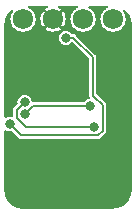
<source format=gbl>
%TF.GenerationSoftware,KiCad,Pcbnew,(6.0.1)*%
%TF.CreationDate,2022-04-12T16:53:34-07:00*%
%TF.ProjectId,regulator_v3,72656775-6c61-4746-9f72-5f76332e6b69,rev?*%
%TF.SameCoordinates,Original*%
%TF.FileFunction,Copper,L2,Bot*%
%TF.FilePolarity,Positive*%
%FSLAX46Y46*%
G04 Gerber Fmt 4.6, Leading zero omitted, Abs format (unit mm)*
G04 Created by KiCad (PCBNEW (6.0.1)) date 2022-04-12 16:53:34*
%MOMM*%
%LPD*%
G01*
G04 APERTURE LIST*
%TA.AperFunction,ComponentPad*%
%ADD10C,1.725000*%
%TD*%
%TA.AperFunction,ViaPad*%
%ADD11C,0.800000*%
%TD*%
%TA.AperFunction,Conductor*%
%ADD12C,0.200000*%
%TD*%
G04 APERTURE END LIST*
D10*
%TO.P,J1,1,1*%
%TO.N,/VIN*%
X134366000Y-44704000D03*
%TO.P,J1,2,2*%
%TO.N,GND*%
X136906000Y-44704000D03*
%TO.P,J1,3,3*%
%TO.N,/EN*%
X139446000Y-44704000D03*
%TO.P,J1,4,4*%
%TO.N,/IC_VOUT*%
X141986000Y-44704000D03*
%TD*%
D11*
%TO.N,GND*%
X136779000Y-59055000D03*
X137350500Y-51054000D03*
X138269986Y-47323270D03*
X139001500Y-49530000D03*
X135572500Y-51054000D03*
X137350500Y-49530000D03*
X136461500Y-50292000D03*
X143002000Y-46545500D03*
X141922500Y-52070000D03*
X139001500Y-51054000D03*
X135572500Y-49530000D03*
X138176000Y-50292000D03*
X133790000Y-47688500D03*
%TO.N,/EN*%
X137975998Y-46291500D03*
X133223000Y-53594000D03*
%TO.N,Net-(C2-Pad1)*%
X134493000Y-51752500D03*
X140408498Y-53851998D03*
%TO.N,Net-(C2-Pad2)*%
X140017500Y-52070000D03*
X134512450Y-52760029D03*
%TD*%
D12*
%TO.N,/EN*%
X140271500Y-51181000D02*
X141108009Y-52017509D01*
X140698246Y-54551509D02*
X134180509Y-54551509D01*
X134180509Y-54551509D02*
X133223000Y-53594000D01*
X137975998Y-46291500D02*
X138620500Y-46291500D01*
X141108009Y-52017509D02*
X141108009Y-54141746D01*
X140271500Y-47942500D02*
X140271500Y-51181000D01*
X141108009Y-54141746D02*
X140698246Y-54551509D01*
X138620500Y-46291500D02*
X140271500Y-47942500D01*
%TO.N,Net-(C2-Pad1)*%
X140408498Y-53851998D02*
X134615160Y-53851998D01*
X134615160Y-53851998D02*
X133812939Y-53049777D01*
X133812939Y-53049777D02*
X133812939Y-52432561D01*
X133812939Y-52432561D02*
X134493000Y-51752500D01*
%TO.N,Net-(C2-Pad2)*%
X135202479Y-52070000D02*
X134512450Y-52760029D01*
X140017500Y-52070000D02*
X135202479Y-52070000D01*
%TD*%
%TA.AperFunction,Conductor*%
%TO.N,GND*%
G36*
X135244961Y-43569498D02*
G01*
X136379291Y-43569667D01*
X136437479Y-43588583D01*
X136473435Y-43638088D01*
X136473426Y-43699274D01*
X136437455Y-43748768D01*
X136425142Y-43756401D01*
X136325696Y-43808390D01*
X136317620Y-43813674D01*
X136240860Y-43875392D01*
X136233555Y-43886555D01*
X136233673Y-43888950D01*
X136236058Y-43892637D01*
X136894914Y-44551493D01*
X136906797Y-44557547D01*
X136911828Y-44556751D01*
X137572202Y-43896377D01*
X137578256Y-43884494D01*
X137577823Y-43881759D01*
X137575475Y-43878827D01*
X137506744Y-43821968D01*
X137498761Y-43816584D01*
X137386544Y-43755908D01*
X137344349Y-43711599D01*
X137336257Y-43650951D01*
X137365359Y-43597130D01*
X137420538Y-43570693D01*
X137433642Y-43569823D01*
X138091371Y-43569921D01*
X138917491Y-43570044D01*
X138975679Y-43588960D01*
X139011635Y-43638465D01*
X139011626Y-43699651D01*
X138975655Y-43749145D01*
X138963343Y-43756777D01*
X138861124Y-43810216D01*
X138857348Y-43813252D01*
X138857345Y-43813254D01*
X138727700Y-43917492D01*
X138698660Y-43940841D01*
X138695551Y-43944546D01*
X138695548Y-43944549D01*
X138599246Y-44059317D01*
X138564661Y-44100534D01*
X138464232Y-44283214D01*
X138462769Y-44287827D01*
X138462767Y-44287831D01*
X138448885Y-44331593D01*
X138401198Y-44481921D01*
X138400658Y-44486733D01*
X138400658Y-44486734D01*
X138392805Y-44556751D01*
X138377961Y-44689086D01*
X138379445Y-44706759D01*
X138394993Y-44891911D01*
X138395405Y-44896820D01*
X138396738Y-44901468D01*
X138396738Y-44901469D01*
X138406563Y-44935731D01*
X138452866Y-45097210D01*
X138455081Y-45101520D01*
X138485178Y-45160083D01*
X138548155Y-45282622D01*
X138677642Y-45445994D01*
X138681322Y-45449126D01*
X138681324Y-45449128D01*
X138718187Y-45480501D01*
X138836396Y-45581105D01*
X139018370Y-45682806D01*
X139098801Y-45708940D01*
X139212021Y-45745728D01*
X139212023Y-45745728D01*
X139216632Y-45747226D01*
X139221438Y-45747799D01*
X139221442Y-45747800D01*
X139325517Y-45760210D01*
X139423631Y-45771909D01*
X139428453Y-45771538D01*
X139428456Y-45771538D01*
X139497023Y-45766262D01*
X139631481Y-45755916D01*
X139832267Y-45699855D01*
X139836580Y-45697676D01*
X139836586Y-45697674D01*
X140014019Y-45608046D01*
X140014021Y-45608044D01*
X140018340Y-45605863D01*
X140182612Y-45477519D01*
X140318828Y-45319712D01*
X140337898Y-45286144D01*
X140419408Y-45142659D01*
X140419409Y-45142656D01*
X140421797Y-45138453D01*
X140423392Y-45133660D01*
X140486072Y-44945236D01*
X140486072Y-44945234D01*
X140487599Y-44940645D01*
X140493136Y-44896820D01*
X140498993Y-44850453D01*
X140513727Y-44733824D01*
X140514143Y-44704000D01*
X140493800Y-44496530D01*
X140433547Y-44296962D01*
X140359329Y-44157378D01*
X140337952Y-44117173D01*
X140337950Y-44117169D01*
X140335679Y-44112899D01*
X140329292Y-44105067D01*
X140206984Y-43955103D01*
X140206983Y-43955102D01*
X140203923Y-43951350D01*
X140112106Y-43875392D01*
X140047025Y-43821552D01*
X140047023Y-43821551D01*
X140043298Y-43818469D01*
X140039043Y-43816168D01*
X140039038Y-43816165D01*
X139928293Y-43756286D01*
X139886098Y-43711978D01*
X139878005Y-43651330D01*
X139907106Y-43597508D01*
X139962285Y-43571071D01*
X139975394Y-43570201D01*
X141456770Y-43570421D01*
X141514958Y-43589337D01*
X141550914Y-43638842D01*
X141550905Y-43700028D01*
X141514934Y-43749522D01*
X141502623Y-43757154D01*
X141401124Y-43810216D01*
X141397348Y-43813252D01*
X141397345Y-43813254D01*
X141267700Y-43917492D01*
X141238660Y-43940841D01*
X141235551Y-43944546D01*
X141235548Y-43944549D01*
X141139246Y-44059317D01*
X141104661Y-44100534D01*
X141004232Y-44283214D01*
X141002769Y-44287827D01*
X141002767Y-44287831D01*
X140988885Y-44331593D01*
X140941198Y-44481921D01*
X140940658Y-44486733D01*
X140940658Y-44486734D01*
X140932805Y-44556751D01*
X140917961Y-44689086D01*
X140919445Y-44706759D01*
X140934993Y-44891911D01*
X140935405Y-44896820D01*
X140936738Y-44901468D01*
X140936738Y-44901469D01*
X140946563Y-44935731D01*
X140992866Y-45097210D01*
X140995081Y-45101520D01*
X141025178Y-45160083D01*
X141088155Y-45282622D01*
X141217642Y-45445994D01*
X141221322Y-45449126D01*
X141221324Y-45449128D01*
X141258187Y-45480501D01*
X141376396Y-45581105D01*
X141558370Y-45682806D01*
X141638801Y-45708940D01*
X141752021Y-45745728D01*
X141752023Y-45745728D01*
X141756632Y-45747226D01*
X141761438Y-45747799D01*
X141761442Y-45747800D01*
X141865517Y-45760210D01*
X141963631Y-45771909D01*
X141968453Y-45771538D01*
X141968456Y-45771538D01*
X142037023Y-45766262D01*
X142171481Y-45755916D01*
X142372267Y-45699855D01*
X142376580Y-45697676D01*
X142376586Y-45697674D01*
X142554019Y-45608046D01*
X142554021Y-45608044D01*
X142558340Y-45605863D01*
X142722612Y-45477519D01*
X142858828Y-45319712D01*
X142877898Y-45286144D01*
X142959408Y-45142659D01*
X142959409Y-45142656D01*
X142961797Y-45138453D01*
X142963392Y-45133660D01*
X143026072Y-44945236D01*
X143026072Y-44945234D01*
X143027599Y-44940645D01*
X143033136Y-44896820D01*
X143038993Y-44850453D01*
X143053727Y-44733824D01*
X143054143Y-44704000D01*
X143033800Y-44496530D01*
X142973547Y-44296962D01*
X142899329Y-44157378D01*
X142877952Y-44117173D01*
X142877950Y-44117169D01*
X142875679Y-44112899D01*
X142872620Y-44109148D01*
X142872616Y-44109142D01*
X142831979Y-44059317D01*
X142809852Y-44002273D01*
X142825482Y-43943117D01*
X142872897Y-43904446D01*
X142933987Y-43901030D01*
X142968026Y-43917492D01*
X143013698Y-43951681D01*
X143024374Y-43960931D01*
X143173569Y-44110126D01*
X143182819Y-44120802D01*
X143309255Y-44289702D01*
X143316891Y-44301584D01*
X143418005Y-44486760D01*
X143423873Y-44499609D01*
X143497604Y-44697289D01*
X143501584Y-44710842D01*
X143546433Y-44917009D01*
X143548443Y-44930990D01*
X143561702Y-45116373D01*
X143560946Y-45126128D01*
X143561374Y-45126129D01*
X143561355Y-45137279D01*
X143558857Y-45148142D01*
X143561317Y-45159014D01*
X143561317Y-45159015D01*
X143561559Y-45160083D01*
X143564000Y-45181932D01*
X143564000Y-59084540D01*
X143561482Y-59106727D01*
X143558857Y-59118142D01*
X143561318Y-59129017D01*
X143561298Y-59140163D01*
X143560985Y-59140162D01*
X143561739Y-59150112D01*
X143558618Y-59193753D01*
X143547797Y-59345046D01*
X143545787Y-59359027D01*
X143499012Y-59574048D01*
X143495032Y-59587601D01*
X143418135Y-59793770D01*
X143412267Y-59806619D01*
X143306813Y-59999744D01*
X143299177Y-60011626D01*
X143167306Y-60187785D01*
X143158056Y-60198461D01*
X143002461Y-60354056D01*
X142991785Y-60363306D01*
X142815626Y-60495177D01*
X142803744Y-60502813D01*
X142610619Y-60608267D01*
X142597770Y-60614135D01*
X142391601Y-60691032D01*
X142378048Y-60695012D01*
X142163027Y-60741787D01*
X142149046Y-60743797D01*
X141997719Y-60754620D01*
X141954627Y-60757702D01*
X141944872Y-60756946D01*
X141944871Y-60757374D01*
X141933721Y-60757355D01*
X141922858Y-60754857D01*
X141911986Y-60757317D01*
X141911985Y-60757317D01*
X141910917Y-60757559D01*
X141889068Y-60760000D01*
X134399960Y-60760000D01*
X134377773Y-60757482D01*
X134366358Y-60754857D01*
X134355483Y-60757318D01*
X134344337Y-60757298D01*
X134344338Y-60756985D01*
X134334388Y-60757739D01*
X134204909Y-60748478D01*
X134148490Y-60744443D01*
X134134509Y-60742433D01*
X133928342Y-60697584D01*
X133914789Y-60693604D01*
X133717109Y-60619873D01*
X133704260Y-60614005D01*
X133519084Y-60512891D01*
X133507202Y-60505255D01*
X133338302Y-60378819D01*
X133327626Y-60369569D01*
X133178431Y-60220374D01*
X133169181Y-60209698D01*
X133042745Y-60040798D01*
X133035109Y-60028916D01*
X132933995Y-59843740D01*
X132928127Y-59830891D01*
X132854396Y-59633211D01*
X132850416Y-59619658D01*
X132805567Y-59413491D01*
X132803557Y-59399510D01*
X132790316Y-59214382D01*
X132791928Y-59193833D01*
X132791235Y-59193753D01*
X132791877Y-59188175D01*
X132793142Y-59182716D01*
X132793143Y-59182000D01*
X132790479Y-59170321D01*
X132788000Y-59148304D01*
X132788000Y-54211958D01*
X132806907Y-54153767D01*
X132856407Y-54117803D01*
X132917593Y-54117803D01*
X132924886Y-54120494D01*
X132990384Y-54147624D01*
X133066238Y-54179044D01*
X133223000Y-54199682D01*
X133334284Y-54185031D01*
X133394443Y-54196181D01*
X133417209Y-54213180D01*
X133930193Y-54726165D01*
X133932890Y-54729290D01*
X133935084Y-54733778D01*
X133941785Y-54739994D01*
X133971331Y-54767401D01*
X133974008Y-54769979D01*
X133987785Y-54783757D01*
X133991500Y-54786305D01*
X133995412Y-54789740D01*
X134008123Y-54801531D01*
X134017155Y-54809910D01*
X134025643Y-54813296D01*
X134025646Y-54813298D01*
X134027847Y-54814176D01*
X134047163Y-54824490D01*
X134049118Y-54825831D01*
X134049120Y-54825832D01*
X134056655Y-54831001D01*
X134065543Y-54833110D01*
X134065545Y-54833111D01*
X134082567Y-54837150D01*
X134096393Y-54841523D01*
X134114641Y-54848803D01*
X134114643Y-54848803D01*
X134121131Y-54851392D01*
X134127424Y-54852009D01*
X134133593Y-54852009D01*
X134156452Y-54854684D01*
X134156682Y-54854739D01*
X134156684Y-54854739D01*
X134165575Y-54856849D01*
X134194497Y-54852913D01*
X134207846Y-54852009D01*
X140644738Y-54852009D01*
X140648863Y-54852312D01*
X140653588Y-54853934D01*
X140703007Y-54852079D01*
X140706720Y-54852009D01*
X140726194Y-54852009D01*
X140730624Y-54851184D01*
X140735817Y-54850848D01*
X140751848Y-54850246D01*
X140756321Y-54850078D01*
X140765454Y-54849735D01*
X140773848Y-54846129D01*
X140773851Y-54846128D01*
X140776029Y-54845192D01*
X140796980Y-54838826D01*
X140808299Y-54836718D01*
X140830975Y-54822741D01*
X140843842Y-54816057D01*
X140861888Y-54808304D01*
X140861889Y-54808303D01*
X140868309Y-54805545D01*
X140873195Y-54801531D01*
X140877559Y-54797167D01*
X140895614Y-54782896D01*
X140903594Y-54777977D01*
X140910671Y-54768671D01*
X140921260Y-54754745D01*
X140930061Y-54744665D01*
X141282662Y-54392065D01*
X141285790Y-54389365D01*
X141290278Y-54387171D01*
X141323890Y-54350937D01*
X141326466Y-54348261D01*
X141340257Y-54334470D01*
X141342802Y-54330759D01*
X141346243Y-54326840D01*
X141360194Y-54311801D01*
X141360194Y-54311800D01*
X141366410Y-54305100D01*
X141369796Y-54296612D01*
X141369798Y-54296609D01*
X141370676Y-54294408D01*
X141380990Y-54275092D01*
X141382331Y-54273137D01*
X141382332Y-54273135D01*
X141387501Y-54265600D01*
X141393650Y-54239687D01*
X141398023Y-54225862D01*
X141405303Y-54207614D01*
X141405303Y-54207612D01*
X141407892Y-54201124D01*
X141408509Y-54194831D01*
X141408509Y-54188662D01*
X141411184Y-54165803D01*
X141411239Y-54165573D01*
X141411239Y-54165571D01*
X141413349Y-54156680D01*
X141409413Y-54127758D01*
X141408509Y-54114409D01*
X141408509Y-52071017D01*
X141408812Y-52066892D01*
X141410434Y-52062167D01*
X141408579Y-52012747D01*
X141408509Y-52009034D01*
X141408509Y-51989561D01*
X141407684Y-51985131D01*
X141407347Y-51979926D01*
X141406578Y-51959435D01*
X141406235Y-51950300D01*
X141402627Y-51941902D01*
X141401690Y-51939721D01*
X141395326Y-51918772D01*
X141394893Y-51916445D01*
X141394891Y-51916440D01*
X141393218Y-51907456D01*
X141379241Y-51884780D01*
X141372557Y-51871913D01*
X141364804Y-51853867D01*
X141364803Y-51853866D01*
X141362045Y-51847446D01*
X141358031Y-51842560D01*
X141353667Y-51838196D01*
X141339396Y-51820141D01*
X141339273Y-51819942D01*
X141334477Y-51812161D01*
X141311240Y-51794491D01*
X141301170Y-51785699D01*
X140600996Y-51085525D01*
X140573219Y-51031008D01*
X140572000Y-51015521D01*
X140572000Y-47996014D01*
X140572303Y-47991885D01*
X140573926Y-47987158D01*
X140572070Y-47937723D01*
X140572000Y-47934009D01*
X140572000Y-47914552D01*
X140571175Y-47910122D01*
X140570839Y-47904936D01*
X140570069Y-47884425D01*
X140570069Y-47884424D01*
X140569726Y-47875292D01*
X140566120Y-47866898D01*
X140566119Y-47866895D01*
X140565183Y-47864717D01*
X140558817Y-47843766D01*
X140556709Y-47832447D01*
X140542730Y-47809769D01*
X140536050Y-47796909D01*
X140528292Y-47778852D01*
X140528291Y-47778851D01*
X140525536Y-47772438D01*
X140521523Y-47767551D01*
X140517157Y-47763185D01*
X140502885Y-47745129D01*
X140502764Y-47744932D01*
X140502763Y-47744931D01*
X140497968Y-47737152D01*
X140474744Y-47719492D01*
X140464665Y-47710693D01*
X138870820Y-46116849D01*
X138868120Y-46113720D01*
X138865925Y-46109231D01*
X138829678Y-46075607D01*
X138827002Y-46073031D01*
X138813223Y-46059252D01*
X138809513Y-46056707D01*
X138805600Y-46053271D01*
X138790555Y-46039315D01*
X138783854Y-46033099D01*
X138773164Y-46028834D01*
X138753848Y-46018520D01*
X138751893Y-46017179D01*
X138751890Y-46017178D01*
X138744354Y-46012008D01*
X138718441Y-46005859D01*
X138704616Y-46001486D01*
X138686368Y-45994206D01*
X138686366Y-45994206D01*
X138679878Y-45991617D01*
X138673585Y-45991000D01*
X138667416Y-45991000D01*
X138644557Y-45988325D01*
X138644327Y-45988270D01*
X138644325Y-45988270D01*
X138635434Y-45986160D01*
X138606513Y-45990096D01*
X138593163Y-45991000D01*
X138551152Y-45991000D01*
X138492961Y-45972093D01*
X138472610Y-45952268D01*
X138404280Y-45863218D01*
X138278839Y-45766964D01*
X138132760Y-45706456D01*
X137975998Y-45685818D01*
X137819236Y-45706456D01*
X137673157Y-45766964D01*
X137547716Y-45863218D01*
X137451462Y-45988659D01*
X137390954Y-46134738D01*
X137370316Y-46291500D01*
X137390954Y-46448262D01*
X137451462Y-46594341D01*
X137547716Y-46719782D01*
X137673157Y-46816036D01*
X137819236Y-46876544D01*
X137975998Y-46897182D01*
X138132760Y-46876544D01*
X138278839Y-46816036D01*
X138404280Y-46719782D01*
X138430874Y-46685124D01*
X138481296Y-46650470D01*
X138542460Y-46652071D01*
X138579418Y-46675389D01*
X139942004Y-48037975D01*
X139969781Y-48092492D01*
X139971000Y-48107979D01*
X139971000Y-51127492D01*
X139970697Y-51131617D01*
X139969075Y-51136342D01*
X139969418Y-51145476D01*
X139970930Y-51185761D01*
X139971000Y-51189474D01*
X139971000Y-51208948D01*
X139971825Y-51213378D01*
X139972161Y-51218571D01*
X139973274Y-51248208D01*
X139976880Y-51256602D01*
X139976881Y-51256605D01*
X139977817Y-51258783D01*
X139984183Y-51279734D01*
X139986291Y-51291053D01*
X139991088Y-51298835D01*
X140000268Y-51313728D01*
X140006953Y-51326598D01*
X140011894Y-51338099D01*
X140017492Y-51399028D01*
X139986207Y-51451610D01*
X139933855Y-51475330D01*
X139860738Y-51484956D01*
X139714659Y-51545464D01*
X139589218Y-51641718D01*
X139520888Y-51730768D01*
X139470463Y-51765423D01*
X139442346Y-51769500D01*
X135255987Y-51769500D01*
X135251862Y-51769197D01*
X135247137Y-51767575D01*
X135197717Y-51769430D01*
X135194004Y-51769500D01*
X135187741Y-51769500D01*
X135129550Y-51750593D01*
X135093586Y-51701093D01*
X135089588Y-51683422D01*
X135078891Y-51602174D01*
X135078044Y-51595738D01*
X135017536Y-51449659D01*
X134921282Y-51324218D01*
X134795841Y-51227964D01*
X134649762Y-51167456D01*
X134493000Y-51146818D01*
X134336238Y-51167456D01*
X134190159Y-51227964D01*
X134064718Y-51324218D01*
X133968464Y-51449659D01*
X133907956Y-51595738D01*
X133887318Y-51752500D01*
X133900664Y-51853867D01*
X133901969Y-51863783D01*
X133890819Y-51923943D01*
X133873820Y-51946709D01*
X133638288Y-52182241D01*
X133635159Y-52184941D01*
X133630670Y-52187136D01*
X133624452Y-52193839D01*
X133597046Y-52223383D01*
X133594470Y-52226059D01*
X133580691Y-52239838D01*
X133578146Y-52243548D01*
X133574710Y-52247461D01*
X133554538Y-52269207D01*
X133551151Y-52277695D01*
X133551151Y-52277696D01*
X133550273Y-52279897D01*
X133539959Y-52299213D01*
X133538618Y-52301168D01*
X133538617Y-52301171D01*
X133533447Y-52308707D01*
X133531337Y-52317599D01*
X133527298Y-52334619D01*
X133522925Y-52348445D01*
X133515645Y-52366693D01*
X133513056Y-52373183D01*
X133512439Y-52379476D01*
X133512439Y-52385645D01*
X133509764Y-52408504D01*
X133507599Y-52417627D01*
X133511535Y-52446548D01*
X133512439Y-52459898D01*
X133512439Y-52916364D01*
X133493532Y-52974555D01*
X133444032Y-53010519D01*
X133387817Y-53011991D01*
X133385756Y-53011439D01*
X133379762Y-53008956D01*
X133373330Y-53008109D01*
X133373329Y-53008109D01*
X133229434Y-52989165D01*
X133223000Y-52988318D01*
X133066238Y-53008956D01*
X133060241Y-53011440D01*
X132924886Y-53067506D01*
X132863889Y-53072307D01*
X132811720Y-53040337D01*
X132788305Y-52983810D01*
X132788000Y-52976042D01*
X132788001Y-45240566D01*
X132789789Y-45221837D01*
X132790917Y-45215984D01*
X132790917Y-45215983D01*
X132793026Y-45205036D01*
X132790179Y-45194257D01*
X132789800Y-45183113D01*
X132790155Y-45183101D01*
X132789056Y-45173196D01*
X132796202Y-44981839D01*
X132797793Y-44967481D01*
X132837166Y-44755168D01*
X132840829Y-44741195D01*
X132851206Y-44710842D01*
X132910683Y-44536867D01*
X132916340Y-44523577D01*
X132935296Y-44486760D01*
X133015184Y-44331593D01*
X133022716Y-44319266D01*
X133148446Y-44143710D01*
X133157691Y-44132611D01*
X133172317Y-44117453D01*
X133307638Y-43977213D01*
X133318389Y-43967587D01*
X133381777Y-43918675D01*
X133439397Y-43898095D01*
X133498110Y-43915315D01*
X133535488Y-43963755D01*
X133537255Y-44024915D01*
X133518094Y-44060690D01*
X133484661Y-44100534D01*
X133384232Y-44283214D01*
X133382769Y-44287827D01*
X133382767Y-44287831D01*
X133368885Y-44331593D01*
X133321198Y-44481921D01*
X133320658Y-44486733D01*
X133320658Y-44486734D01*
X133312805Y-44556751D01*
X133297961Y-44689086D01*
X133299445Y-44706759D01*
X133314993Y-44891911D01*
X133315405Y-44896820D01*
X133316738Y-44901468D01*
X133316738Y-44901469D01*
X133326563Y-44935731D01*
X133372866Y-45097210D01*
X133375081Y-45101520D01*
X133405178Y-45160083D01*
X133468155Y-45282622D01*
X133597642Y-45445994D01*
X133601322Y-45449126D01*
X133601324Y-45449128D01*
X133638187Y-45480501D01*
X133756396Y-45581105D01*
X133938370Y-45682806D01*
X134018801Y-45708940D01*
X134132021Y-45745728D01*
X134132023Y-45745728D01*
X134136632Y-45747226D01*
X134141438Y-45747799D01*
X134141442Y-45747800D01*
X134245517Y-45760210D01*
X134343631Y-45771909D01*
X134348453Y-45771538D01*
X134348456Y-45771538D01*
X134417023Y-45766262D01*
X134551481Y-45755916D01*
X134752267Y-45699855D01*
X134756580Y-45697676D01*
X134756586Y-45697674D01*
X134934019Y-45608046D01*
X134934021Y-45608044D01*
X134938340Y-45605863D01*
X135043657Y-45523580D01*
X136233670Y-45523580D01*
X136234160Y-45526679D01*
X136236096Y-45529131D01*
X136292995Y-45577554D01*
X136300912Y-45583056D01*
X136474347Y-45679985D01*
X136483169Y-45683840D01*
X136672135Y-45745239D01*
X136681549Y-45747308D01*
X136878840Y-45770834D01*
X136888466Y-45771036D01*
X137086566Y-45755793D01*
X137096057Y-45754119D01*
X137287424Y-45700688D01*
X137296404Y-45697206D01*
X137473750Y-45607622D01*
X137481888Y-45602457D01*
X137571226Y-45532658D01*
X137578686Y-45521600D01*
X137578615Y-45519572D01*
X137575919Y-45515340D01*
X136917086Y-44856507D01*
X136905203Y-44850453D01*
X136900172Y-44851249D01*
X136239724Y-45511697D01*
X136233670Y-45523580D01*
X135043657Y-45523580D01*
X135102612Y-45477519D01*
X135238828Y-45319712D01*
X135257898Y-45286144D01*
X135339408Y-45142659D01*
X135339409Y-45142656D01*
X135341797Y-45138453D01*
X135343392Y-45133660D01*
X135406072Y-44945236D01*
X135406072Y-44945234D01*
X135407599Y-44940645D01*
X135413136Y-44896820D01*
X135418993Y-44850453D01*
X135433727Y-44733824D01*
X135434143Y-44704000D01*
X135433154Y-44693913D01*
X135838868Y-44693913D01*
X135855494Y-44891911D01*
X135857232Y-44901379D01*
X135911997Y-45092367D01*
X135915548Y-45101335D01*
X136006364Y-45278045D01*
X136011584Y-45286144D01*
X136077384Y-45369164D01*
X136088496Y-45376547D01*
X136090706Y-45376454D01*
X136094668Y-45373911D01*
X136753493Y-44715086D01*
X136758735Y-44704797D01*
X137052453Y-44704797D01*
X137053249Y-44709828D01*
X137713788Y-45370367D01*
X137725671Y-45376421D01*
X137728953Y-45375902D01*
X137731159Y-45374172D01*
X137775253Y-45323088D01*
X137780807Y-45315216D01*
X137878951Y-45142453D01*
X137882865Y-45133660D01*
X137945582Y-44945125D01*
X137947716Y-44935731D01*
X137972877Y-44736562D01*
X137973264Y-44731036D01*
X137973602Y-44706759D01*
X137973372Y-44701261D01*
X137953780Y-44501437D01*
X137951911Y-44492000D01*
X137894481Y-44301785D01*
X137890811Y-44292881D01*
X137797535Y-44117453D01*
X137792199Y-44109422D01*
X137734638Y-44038846D01*
X137723426Y-44031620D01*
X137720845Y-44031764D01*
X137717432Y-44033989D01*
X137058507Y-44692914D01*
X137052453Y-44704797D01*
X136758735Y-44704797D01*
X136759547Y-44703203D01*
X136758751Y-44698172D01*
X136098359Y-44037780D01*
X136086476Y-44031726D01*
X136083559Y-44032188D01*
X136080866Y-44034330D01*
X136028192Y-44097103D01*
X136022739Y-44105067D01*
X135927024Y-44279171D01*
X135923230Y-44288023D01*
X135863156Y-44477404D01*
X135861150Y-44486842D01*
X135839002Y-44684285D01*
X135838868Y-44693913D01*
X135433154Y-44693913D01*
X135413800Y-44496530D01*
X135353547Y-44296962D01*
X135279329Y-44157378D01*
X135257952Y-44117173D01*
X135257950Y-44117169D01*
X135255679Y-44112899D01*
X135249292Y-44105067D01*
X135126984Y-43955103D01*
X135126983Y-43955102D01*
X135123923Y-43951350D01*
X135032106Y-43875392D01*
X134967025Y-43821552D01*
X134967023Y-43821551D01*
X134963298Y-43818469D01*
X134875817Y-43771168D01*
X134846897Y-43755531D01*
X134804703Y-43711222D01*
X134796610Y-43650574D01*
X134825712Y-43596753D01*
X134880891Y-43570316D01*
X134893998Y-43569446D01*
X135244961Y-43569498D01*
G37*
%TD.AperFunction*%
%TD*%
M02*

</source>
